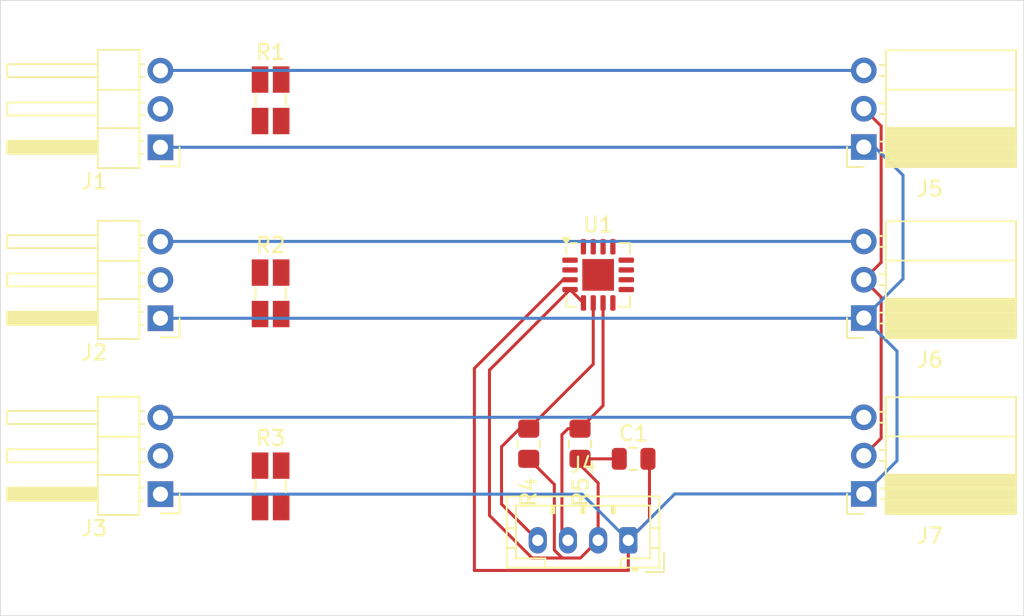
<source format=kicad_pcb>
(kicad_pcb (version 20241229) (generator "pcbnew") (generator_version "9.0")
  (layers (0 "F.Cu" signal) (2 "B.Cu" signal) (13 "F.Paste" user) (15 "B.Paste" user) (5 "F.SilkS" user "F.Silkscreen") (7 "B.SilkS" user "B.Silkscreen") (1 "F.Mask" user) (3 "B.Mask" user) (25 "Edge.Cuts" user))
  (net 0 "")
  (net 1 "Net-(U1-IN+2)")
  (net 2 "Net-(U1-IN+1)")
  (net 4 "Net-(U1-IN-3)")
  (net 8 "Net-(U1-IN-1)")
  (net 10 "Net-(U1-IN+3)")
  (net 12 "Net-(U1-IN-2)")
  (net 13 "Net-(J5-Pin_2)")
  (net 14 "Net-(J1-Pin_2)")
  (net 15 "Net-(J2-Pin_2)")
  (net 16 "Net-(J3-Pin_2)")
  (net 17 "S1")
  (net 18 "S2")
  (net 19 "S3")
  (net 20 "Net-(J4-Pin_3)")
  (net 21 "Net-(J4-Pin_4)")
  (net 22 "Net-(J4-Pin_2)")
  (net 23 "Net-(J1-Pin_1)")
  (footprint "Resistor_SMD:R_0805_2012Metric_Pad1.20x1.40mm_HandSolder" (layer "F.Cu") (at 101.4 105.6 90)
    (property "Reference" "R4" (at -3.2 0 90) (layer "F.SilkS"))
    (property "Value" "R10k")
    (fp_line (start -0.227064 -0.735) (end 0.227064 -0.735) (stroke (width 0.12)) (layer "F.SilkS"))
    (fp_line (start -0.227064 0.735) (end 0.227064 0.735) (stroke (width 0.12)) (layer "F.SilkS"))
    (pad "1" smd roundrect (at -1 0 90) (size 1.2 1.4) (layers "F.Cu" "F.Mask" "F.Paste") (roundrect_rratio 0.208333) (net 22 "Net-(J4-Pin_2)"))
    (pad "2" smd roundrect (at 1 0 90) (size 1.2 1.4) (layers "F.Cu" "F.Mask" "F.Paste") (roundrect_rratio 0.208333) (net 21 "Net-(J4-Pin_4)"))
  )
  (footprint "Connector_PinSocket_2.54mm:PinSocket_1x03_P2.54mm_Horizontal" (layer "F.Cu") (at 123.6 97.2625 180)
    (property "Reference" "J6" (at -4.38 -2.77 0) (layer "F.SilkS"))
    (property "Value" "Conn_01x03_Pin" (hide yes))
    (fp_line (start 1.11 -1.33) (end 1.11 0) (stroke (width 0.12)) (layer "F.SilkS"))
    (fp_line (start 0 -1.33) (end 1.11 -1.33) (stroke (width 0.12)) (layer "F.SilkS"))
    (fp_line (start -1.46 5.44) (end -1.05 5.44) (stroke (width 0.12)) (layer "F.SilkS"))
    (fp_line (start -1.46 4.72) (end -1.05 4.72) (stroke (width 0.12)) (layer "F.SilkS"))
    (fp_line (start -1.46 2.9) (end -1.05 2.9) (stroke (width 0.12)) (layer "F.SilkS"))
    (fp_line (start -1.46 2.18) (end -1.05 2.18) (stroke (width 0.12)) (layer "F.SilkS"))
    (fp_line (start -1.46 0.36) (end -1.11 0.36) (stroke (width 0.12)) (layer "F.SilkS"))
    (fp_line (start -1.46 -0.36) (end -1.11 -0.36) (stroke (width 0.12)) (layer "F.SilkS"))
    (fp_line (start -1.46 -1.33) (end -1.46 6.41) (stroke (width 0.12)) (layer "F.SilkS"))
    (fp_line (start -10.09 6.41) (end -1.46 6.41) (stroke (width 0.12)) (layer "F.SilkS"))
    (fp_line (start -10.09 3.81) (end -1.46 3.81) (stroke (width 0.12)) (layer "F.SilkS"))
    (fp_line (start -10.09 1.27) (end -1.46 1.27) (stroke (width 0.12)) (layer "F.SilkS"))
    (fp_line (start -10.09 1.1519) (end -1.46 1.1519) (stroke (width 0.12)) (layer "F.SilkS"))
    (fp_line (start -10.09 1.033805) (end -1.46 1.033805) (stroke (width 0.12)) (layer "F.SilkS"))
    (fp_line (start -10.09 0.91571) (end -1.46 0.91571) (stroke (width 0.12)) (layer "F.SilkS"))
    (fp_line (start -10.09 0.797615) (end -1.46 0.797615) (stroke (width 0.12)) (layer "F.SilkS"))
    (fp_line (start -10.09 0.67952) (end -1.46 0.67952) (stroke (width 0.12)) (layer "F.SilkS"))
    (fp_line (start -10.09 0.561425) (end -1.46 0.561425) (stroke (width 0.12)) (layer "F.SilkS"))
    (fp_line (start -10.09 0.44333) (end -1.46 0.44333) (stroke (width 0.12)) (layer "F.SilkS"))
    (fp_line (start -10.09 0.325235) (end -1.46 0.325235) (stroke (width 0.12)) (layer "F.SilkS"))
    (fp_line (start -10.09 0.20714) (end -1.46 0.20714) (stroke (width 0.12)) (layer "F.SilkS"))
    (fp_line (start -10.09 0.089045) (end -1.46 0.089045) (stroke (width 0.12)) (layer "F.SilkS"))
    (fp_line (start -10.09 -0.02905) (end -1.46 -0.02905) (stroke (width 0.12)) (layer "F.SilkS"))
    (fp_line (start -10.09 -0.147145) (end -1.46 -0.147145) (stroke (width 0.12)) (layer "F.SilkS"))
    (fp_line (start -10.09 -0.26524) (end -1.46 -0.26524) (stroke (width 0.12)) (layer "F.SilkS"))
    (fp_line (start -10.09 -0.383335) (end -1.46 -0.383335) (stroke (width 0.12)) (layer "F.SilkS"))
    (fp_line (start -10.09 -0.50143) (end -1.46 -0.50143) (stroke (width 0.12)) (layer "F.SilkS"))
    (fp_line (start -10.09 -0.619525) (end -1.46 -0.619525) (stroke (width 0.12)) (layer "F.SilkS"))
    (fp_line (start -10.09 -0.73762) (end -1.46 -0.73762) (stroke (width 0.12)) (layer "F.SilkS"))
    (fp_line (start -10.09 -0.855715) (end -1.46 -0.855715) (stroke (width 0.12)) (layer "F.SilkS"))
    (fp_line (start -10.09 -0.97381) (end -1.46 -0.97381) (stroke (width 0.12)) (layer "F.SilkS"))
    (fp_line (start -10.09 -1.091905) (end -1.46 -1.091905) (stroke (width 0.12)) (layer "F.SilkS"))
    (fp_line (start -10.09 -1.21) (end -1.46 -1.21) (stroke (width 0.12)) (layer "F.SilkS"))
    (fp_line (start -10.09 -1.33) (end -1.46 -1.33) (stroke (width 0.12)) (layer "F.SilkS"))
    (fp_line (start -10.09 -1.33) (end -10.09 6.41) (stroke (width 0.12)) (layer "F.SilkS"))
    (pad "1" thru_hole rect (at 0 0 180) (size 1.7 1.7) (drill 1) (layers "*.Cu" "*.Mask") (net 23 "Net-(J1-Pin_1)"))
    (pad "2" thru_hole circle (at 0 2.54 180) (size 1.7 1.7) (drill 1) (layers "*.Cu" "*.Mask") (net 13 "Net-(J5-Pin_2)"))
    (pad "3" thru_hole circle (at 0 5.08 180) (size 1.7 1.7) (drill 1) (layers "*.Cu" "*.Mask") (net 18 "S2"))
  )
  (footprint "Resistor_SMD:R_Shunt_Ohmite_LVK12" (layer "F.Cu") (at 84.3 95.625)
    (property "Reference" "R2" (at 0 -3.2 0) (layer "F.SilkS"))
    (property "Value" "R025")
    (fp_line (start -1 0.4) (end -1 -0.4) (stroke (width 0.12)) (layer "F.SilkS"))
    (fp_line (start 1 -0.4) (end 1 0.4) (stroke (width 0.12)) (layer "F.SilkS"))
    (pad "1" smd rect (at -0.7 -1.375) (size 1.1 1.75) (layers "F.Cu" "F.Mask" "F.Paste") (net 13 "Net-(J5-Pin_2)"))
    (pad "2" smd rect (at 0.7 -1.375) (size 1.1 1.75) (layers "F.Cu" "F.Mask" "F.Paste") (net 1 "Net-(U1-IN+2)"))
    (pad "3" smd rect (at 0.7 1.375) (size 1.1 1.75) (layers "F.Cu" "F.Mask" "F.Paste") (net 12 "Net-(U1-IN-2)"))
    (pad "4" smd rect (at -0.7 1.375) (size 1.1 1.75) (layers "F.Cu" "F.Mask" "F.Paste") (net 15 "Net-(J2-Pin_2)"))
  )
  (footprint "Connector_PinHeader_2.54mm:PinHeader_1x03_P2.54mm_Horizontal" (layer "F.Cu") (at 77 108.94 180)
    (property "Reference" "J3" (at 4.385 -2.27 0) (layer "F.SilkS"))
    (property "Value" "Conn_01x03_Pin")
    (fp_line (start 10.15 5.51) (end 4.15 5.51) (stroke (width 0.12)) (layer "F.SilkS"))
    (fp_line (start 10.15 4.65) (end 10.15 5.51) (stroke (width 0.12)) (layer "F.SilkS"))
    (fp_line (start 10.15 2.97) (end 4.15 2.97) (stroke (width 0.12)) (layer "F.SilkS"))
    (fp_line (start 10.15 2.11) (end 10.15 2.97) (stroke (width 0.12)) (layer "F.SilkS"))
    (fp_line (start 4.15 6.46) (end 4.15 -1.38) (stroke (width 0.12)) (layer "F.SilkS"))
    (fp_line (start 4.15 4.65) (end 10.15 4.65) (stroke (width 0.12)) (layer "F.SilkS"))
    (fp_line (start 4.15 2.11) (end 10.15 2.11) (stroke (width 0.12)) (layer "F.SilkS"))
    (fp_line (start 4.15 -1.38) (end 1.39 -1.38) (stroke (width 0.12)) (layer "F.SilkS"))
    (fp_line (start 1.39 6.46) (end 4.15 6.46) (stroke (width 0.12)) (layer "F.SilkS"))
    (fp_line (start 1.39 3.81) (end 4.15 3.81) (stroke (width 0.12)) (layer "F.SilkS"))
    (fp_line (start 1.39 1.27) (end 4.15 1.27) (stroke (width 0.12)) (layer "F.SilkS"))
    (fp_line (start 1.39 -1.38) (end 1.39 6.46) (stroke (width 0.12)) (layer "F.SilkS"))
    (fp_line (start 1.16 0.43) (end 1.39 0.43) (stroke (width 0.12)) (layer "F.SilkS"))
    (fp_line (start 1.16 -0.43) (end 1.39 -0.43) (stroke (width 0.12)) (layer "F.SilkS"))
    (fp_line (start 1.077358 5.51) (end 1.39 5.51) (stroke (width 0.12)) (layer "F.SilkS"))
    (fp_line (start 1.077358 4.65) (end 1.39 4.65) (stroke (width 0.12)) (layer "F.SilkS"))
    (fp_line (start 1.077358 2.97) (end 1.39 2.97) (stroke (width 0.12)) (layer "F.SilkS"))
    (fp_line (start 1.077358 2.11) (end 1.39 2.11) (stroke (width 0.12)) (layer "F.SilkS"))
    (fp_line (start -1.27 0) (end -1.27 -1.27) (stroke (width 0.12)) (layer "F.SilkS"))
    (fp_line (start -1.27 -1.27) (end 0 -1.27) (stroke (width 0.12)) (layer "F.SilkS"))
    (fp_rect (start 4.15 -0.43) (end 10.15 0.43) (stroke (width 0.12)) (fill yes) (layer "F.SilkS"))
    (pad "1" thru_hole rect (at 0 0 180) (size 1.7 1.7) (drill 1) (layers "*.Cu" "*.Mask") (net 23 "Net-(J1-Pin_1)"))
    (pad "2" thru_hole circle (at 0 2.54 180) (size 1.7 1.7) (drill 1) (layers "*.Cu" "*.Mask") (net 16 "Net-(J3-Pin_2)"))
    (pad "3" thru_hole circle (at 0 5.08 180) (size 1.7 1.7) (drill 1) (layers "*.Cu" "*.Mask") (net 19 "S3"))
  )
  (footprint "Connector_PinHeader_2.54mm:PinHeader_1x03_P2.54mm_Horizontal" (layer "F.Cu") (at 77 97.2775 180)
    (property "Reference" "J2" (at 4.385 -2.27 0) (layer "F.SilkS"))
    (property "Value" "Conn_01x03_Pin")
    (fp_line (start 10.15 5.51) (end 4.15 5.51) (stroke (width 0.12)) (layer "F.SilkS"))
    (fp_line (start 10.15 4.65) (end 10.15 5.51) (stroke (width 0.12)) (layer "F.SilkS"))
    (fp_line (start 10.15 2.97) (end 4.15 2.97) (stroke (width 0.12)) (layer "F.SilkS"))
    (fp_line (start 10.15 2.11) (end 10.15 2.97) (stroke (width 0.12)) (layer "F.SilkS"))
    (fp_line (start 4.15 6.46) (end 4.15 -1.38) (stroke (width 0.12)) (layer "F.SilkS"))
    (fp_line (start 4.15 4.65) (end 10.15 4.65) (stroke (width 0.12)) (layer "F.SilkS"))
    (fp_line (start 4.15 2.11) (end 10.15 2.11) (stroke (width 0.12)) (layer "F.SilkS"))
    (fp_line (start 4.15 -1.38) (end 1.39 -1.38) (stroke (width 0.12)) (layer "F.SilkS"))
    (fp_line (start 1.39 6.46) (end 4.15 6.46) (stroke (width 0.12)) (layer "F.SilkS"))
    (fp_line (start 1.39 3.81) (end 4.15 3.81) (stroke (width 0.12)) (layer "F.SilkS"))
    (fp_line (start 1.39 1.27) (end 4.15 1.27) (stroke (width 0.12)) (layer "F.SilkS"))
    (fp_line (start 1.39 -1.38) (end 1.39 6.46) (stroke (width 0.12)) (layer "F.SilkS"))
    (fp_line (start 1.16 0.43) (end 1.39 0.43) (stroke (width 0.12)) (layer "F.SilkS"))
    (fp_line (start 1.16 -0.43) (end 1.39 -0.43) (stroke (width 0.12)) (layer "F.SilkS"))
    (fp_line (start 1.077358 5.51) (end 1.39 5.51) (stroke (width 0.12)) (layer "F.SilkS"))
    (fp_line (start 1.077358 4.65) (end 1.39 4.65) (stroke (width 0.12)) (layer "F.SilkS"))
    (fp_line (start 1.077358 2.97) (end 1.39 2.97) (stroke (width 0.12)) (layer "F.SilkS"))
    (fp_line (start 1.077358 2.11) (end 1.39 2.11) (stroke (width 0.12)) (layer "F.SilkS"))
    (fp_line (start -1.27 0) (end -1.27 -1.27) (stroke (width 0.12)) (layer "F.SilkS"))
    (fp_line (start -1.27 -1.27) (end 0 -1.27) (stroke (width 0.12)) (layer "F.SilkS"))
    (fp_rect (start 4.15 -0.43) (end 10.15 0.43) (stroke (width 0.12)) (fill yes) (layer "F.SilkS"))
    (pad "1" thru_hole rect (at 0 0 180) (size 1.7 1.7) (drill 1) (layers "*.Cu" "*.Mask") (net 23 "Net-(J1-Pin_1)"))
    (pad "2" thru_hole circle (at 0 2.54 180) (size 1.7 1.7) (drill 1) (layers "*.Cu" "*.Mask") (net 15 "Net-(J2-Pin_2)"))
    (pad "3" thru_hole circle (at 0 5.08 180) (size 1.7 1.7) (drill 1) (layers "*.Cu" "*.Mask") (net 18 "S2"))
  )
  (footprint "Resistor_SMD:R_Shunt_Ohmite_LVK12" (layer "F.Cu") (at 84.3 108.425)
    (property "Reference" "R3" (at 0 -3.2 0) (layer "F.SilkS"))
    (property "Value" "R025")
    (fp_line (start -1 0.4) (end -1 -0.4) (stroke (width 0.12)) (layer "F.SilkS"))
    (fp_line (start 1 -0.4) (end 1 0.4) (stroke (width 0.12)) (layer "F.SilkS"))
    (pad "1" smd rect (at -0.7 -1.375) (size 1.1 1.75) (layers "F.Cu" "F.Mask" "F.Paste") (net 13 "Net-(J5-Pin_2)"))
    (pad "2" smd rect (at 0.7 -1.375) (size 1.1 1.75) (layers "F.Cu" "F.Mask" "F.Paste") (net 10 "Net-(U1-IN+3)"))
    (pad "3" smd rect (at 0.7 1.375) (size 1.1 1.75) (layers "F.Cu" "F.Mask" "F.Paste") (net 4 "Net-(U1-IN-3)"))
    (pad "4" smd rect (at -0.7 1.375) (size 1.1 1.75) (layers "F.Cu" "F.Mask" "F.Paste") (net 16 "Net-(J3-Pin_2)"))
  )
  (footprint "Connector_JST:JST_PH_B4B-PH-K_1x04_P2.00mm_Vertical" (layer "F.Cu") (at 108 112 180)
    (property "Reference" "J4" (at 3 5 0) (layer "F.SilkS"))
    (property "Value" "Conn_01x04" (hide yes))
    (fp_line (start 8.06 2.91) (end 8.06 -1.81) (stroke (width 0.12)) (layer "F.SilkS"))
    (fp_line (start 8.06 0.8) (end 7.45 0.8) (stroke (width 0.12)) (layer "F.SilkS"))
    (fp_line (start 8.06 -0.5) (end 7.45 -0.5) (stroke (width 0.12)) (layer "F.SilkS"))
    (fp_line (start 8.06 -1.81) (end -2.06 -1.81) (stroke (width 0.12)) (layer "F.SilkS"))
    (fp_line (start 7.45 2.3) (end 7.45 -1.2) (stroke (width 0.12)) (layer "F.SilkS"))
    (fp_line (start 7.45 -1.2) (end 5.5 -1.2) (stroke (width 0.12)) (layer "F.SilkS"))
    (fp_line (start 5.5 -1.2) (end 5.5 -1.81) (stroke (width 0.12)) (layer "F.SilkS"))
    (fp_line (start 5.1 1.8) (end 5.1 2.3) (stroke (width 0.12)) (layer "F.SilkS"))
    (fp_line (start 5 2.3) (end 5 1.8) (stroke (width 0.12)) (layer "F.SilkS"))
    (fp_line (start 4.9 2.3) (end 4.9 1.8) (stroke (width 0.12)) (layer "F.SilkS"))
    (fp_line (start 4.9 1.8) (end 5.1 1.8) (stroke (width 0.12)) (layer "F.SilkS"))
    (fp_line (start 3.1 1.8) (end 3.1 2.3) (stroke (width 0.12)) (layer "F.SilkS"))
    (fp_line (start 3 2.3) (end 3 1.8) (stroke (width 0.12)) (layer "F.SilkS"))
    (fp_line (start 2.9 2.3) (end 2.9 1.8) (stroke (width 0.12)) (layer "F.SilkS"))
    (fp_line (start 2.9 1.8) (end 3.1 1.8) (stroke (width 0.12)) (layer "F.SilkS"))
    (fp_line (start 1.1 1.8) (end 1.1 2.3) (stroke (width 0.12)) (layer "F.SilkS"))
    (fp_line (start 1 2.3) (end 1 1.8) (stroke (width 0.12)) (layer "F.SilkS"))
    (fp_line (start 0.9 2.3) (end 0.9 1.8) (stroke (width 0.12)) (layer "F.SilkS"))
    (fp_line (start 0.9 1.8) (end 1.1 1.8) (stroke (width 0.12)) (layer "F.SilkS"))
    (fp_line (start 0.5 -1.2) (end -1.45 -1.2) (stroke (width 0.12)) (layer "F.SilkS"))
    (fp_line (start 0.5 -1.81) (end 0.5 -1.2) (stroke (width 0.12)) (layer "F.SilkS"))
    (fp_line (start -0.3 -1.81) (end -0.3 -2.01) (stroke (width 0.12)) (layer "F.SilkS"))
    (fp_line (start -0.3 -1.91) (end -0.6 -1.91) (stroke (width 0.12)) (layer "F.SilkS"))
    (fp_line (start -0.3 -2.01) (end -0.6 -2.01) (stroke (width 0.12)) (layer "F.SilkS"))
    (fp_line (start -0.6 -2.01) (end -0.6 -1.81) (stroke (width 0.12)) (layer "F.SilkS"))
    (fp_line (start -1.11 -2.11) (end -2.36 -2.11) (stroke (width 0.12)) (layer "F.SilkS"))
    (fp_line (start -1.45 2.3) (end 7.45 2.3) (stroke (width 0.12)) (layer "F.SilkS"))
    (fp_line (start -1.45 -1.2) (end -1.45 2.3) (stroke (width 0.12)) (layer "F.SilkS"))
    (fp_line (start -2.06 2.91) (end 8.06 2.91) (stroke (width 0.12)) (layer "F.SilkS"))
    (fp_line (start -2.06 0.8) (end -1.45 0.8) (stroke (width 0.12)) (layer "F.SilkS"))
    (fp_line (start -2.06 -0.5) (end -1.45 -0.5) (stroke (width 0.12)) (layer "F.SilkS"))
    (fp_line (start -2.06 -1.81) (end -2.06 2.91) (stroke (width 0.12)) (layer "F.SilkS"))
    (fp_line (start -2.36 -2.11) (end -2.36 -0.86) (stroke (width 0.12)) (layer "F.SilkS"))
    (pad "1" thru_hole roundrect (at 0 0 180) (size 1.2 1.75) (drill 0.75) (layers "*.Cu" "*.Mask") (roundrect_rratio 0.208333) (net 23 "Net-(J1-Pin_1)"))
    (pad "2" thru_hole oval (at 2 0 180) (size 1.2 1.75) (drill 0.75) (layers "*.Cu" "*.Mask") (net 22 "Net-(J4-Pin_2)"))
    (pad "3" thru_hole oval (at 4 0 180) (size 1.2 1.75) (drill 0.75) (layers "*.Cu" "*.Mask") (net 20 "Net-(J4-Pin_3)"))
    (pad "4" thru_hole oval (at 6 0 180) (size 1.2 1.75) (drill 0.75) (layers "*.Cu" "*.Mask") (net 21 "Net-(J4-Pin_4)"))
  )
  (footprint "Connector_PinHeader_2.54mm:PinHeader_1x03_P2.54mm_Horizontal" (layer "F.Cu") (at 77 85.94 180)
    (property "Reference" "J1" (at 4.385 -2.27 0) (layer "F.SilkS"))
    (property "Value" "Conn_01x03_Pin")
    (fp_line (start 10.15 5.51) (end 4.15 5.51) (stroke (width 0.12)) (layer "F.SilkS"))
    (fp_line (start 10.15 4.65) (end 10.15 5.51) (stroke (width 0.12)) (layer "F.SilkS"))
    (fp_line (start 10.15 2.97) (end 4.15 2.97) (stroke (width 0.12)) (layer "F.SilkS"))
    (fp_line (start 10.15 2.11) (end 10.15 2.97) (stroke (width 0.12)) (layer "F.SilkS"))
    (fp_line (start 4.15 6.46) (end 4.15 -1.38) (stroke (width 0.12)) (layer "F.SilkS"))
    (fp_line (start 4.15 4.65) (end 10.15 4.65) (stroke (width 0.12)) (layer "F.SilkS"))
    (fp_line (start 4.15 2.11) (end 10.15 2.11) (stroke (width 0.12)) (layer "F.SilkS"))
    (fp_line (start 4.15 -1.38) (end 1.39 -1.38) (stroke (width 0.12)) (layer "F.SilkS"))
    (fp_line (start 1.39 6.46) (end 4.15 6.46) (stroke (width 0.12)) (layer "F.SilkS"))
    (fp_line (start 1.39 3.81) (end 4.15 3.81) (stroke (width 0.12)) (layer "F.SilkS"))
    (fp_line (start 1.39 1.27) (end 4.15 1.27) (stroke (width 0.12)) (layer "F.SilkS"))
    (fp_line (start 1.39 -1.38) (end 1.39 6.46) (stroke (width 0.12)) (layer "F.SilkS"))
    (fp_line (start 1.16 0.43) (end 1.39 0.43) (stroke (width 0.12)) (layer "F.SilkS"))
    (fp_line (start 1.16 -0.43) (end 1.39 -0.43) (stroke (width 0.12)) (layer "F.SilkS"))
    (fp_line (start 1.077358 5.51) (end 1.39 5.51) (stroke (width 0.12)) (layer "F.SilkS"))
    (fp_line (start 1.077358 4.65) (end 1.39 4.65) (stroke (width 0.12)) (layer "F.SilkS"))
    (fp_line (start 1.077358 2.97) (end 1.39 2.97) (stroke (width 0.12)) (layer "F.SilkS"))
    (fp_line (start 1.077358 2.11) (end 1.39 2.11) (stroke (width 0.12)) (layer "F.SilkS"))
    (fp_line (start -1.27 0) (end -1.27 -1.27) (stroke (width 0.12)) (layer "F.SilkS"))
    (fp_line (start -1.27 -1.27) (end 0 -1.27) (stroke (width 0.12)) (layer "F.SilkS"))
    (fp_rect (start 4.15 -0.43) (end 10.15 0.43) (stroke (width 0.12)) (fill yes) (layer "F.SilkS"))
    (pad "1" thru_hole rect (at 0 0 180) (size 1.7 1.7) (drill 1) (layers "*.Cu" "*.Mask") (net 23 "Net-(J1-Pin_1)"))
    (pad "2" thru_hole circle (at 0 2.54 180) (size 1.7 1.7) (drill 1) (layers "*.Cu" "*.Mask") (net 14 "Net-(J1-Pin_2)"))
    (pad "3" thru_hole circle (at 0 5.08 180) (size 1.7 1.7) (drill 1) (layers "*.Cu" "*.Mask") (net 17 "S1"))
  )
  (footprint "Connector_PinSocket_2.54mm:PinSocket_1x03_P2.54mm_Horizontal" (layer "F.Cu") (at 123.6 85.925 180)
    (property "Reference" "J5" (at -4.38 -2.77 0) (layer "F.SilkS"))
    (property "Value" "Conn_01x03_Pin" (hide yes))
    (fp_line (start 1.11 -1.33) (end 1.11 0) (stroke (width 0.12)) (layer "F.SilkS"))
    (fp_line (start 0 -1.33) (end 1.11 -1.33) (stroke (width 0.12)) (layer "F.SilkS"))
    (fp_line (start -1.46 5.44) (end -1.05 5.44) (stroke (width 0.12)) (layer "F.SilkS"))
    (fp_line (start -1.46 4.72) (end -1.05 4.72) (stroke (width 0.12)) (layer "F.SilkS"))
    (fp_line (start -1.46 2.9) (end -1.05 2.9) (stroke (width 0.12)) (layer "F.SilkS"))
    (fp_line (start -1.46 2.18) (end -1.05 2.18) (stroke (width 0.12)) (layer "F.SilkS"))
    (fp_line (start -1.46 0.36) (end -1.11 0.36) (stroke (width 0.12)) (layer "F.SilkS"))
    (fp_line (start -1.46 -0.36) (end -1.11 -0.36) (stroke (width 0.12)) (layer "F.SilkS"))
    (fp_line (start -1.46 -1.33) (end -1.46 6.41) (stroke (width 0.12)) (layer "F.SilkS"))
    (fp_line (start -10.09 6.41) (end -1.46 6.41) (stroke (width 0.12)) (layer "F.SilkS"))
    (fp_line (start -10.09 3.81) (end -1.46 3.81) (stroke (width 0.12)) (layer "F.SilkS"))
    (fp_line (start -10.09 1.27) (end -1.46 1.27) (stroke (width 0.12)) (layer "F.SilkS"))
    (fp_line (start -10.09 1.1519) (end -1.46 1.1519) (stroke (width 0.12)) (layer "F.SilkS"))
    (fp_line (start -10.09 1.033805) (end -1.46 1.033805) (stroke (width 0.12)) (layer "F.SilkS"))
    (fp_line (start -10.09 0.91571) (end -1.46 0.91571) (stroke (width 0.12)) (layer "F.SilkS"))
    (fp_line (start -10.09 0.797615) (end -1.46 0.797615) (stroke (width 0.12)) (layer "F.SilkS"))
    (fp_line (start -10.09 0.67952) (end -1.46 0.67952) (stroke (width 0.12)) (layer "F.SilkS"))
    (fp_line (start -10.09 0.561425) (end -1.46 0.561425) (stroke (width 0.12)) (layer "F.SilkS"))
    (fp_line (start -10.09 0.44333) (end -1.46 0.44333) (stroke (width 0.12)) (layer "F.SilkS"))
    (fp_line (start -10.09 0.325235) (end -1.46 0.325235) (stroke (width 0.12)) (layer "F.SilkS"))
    (fp_line (start -10.09 0.20714) (end -1.46 0.20714) (stroke (width 0.12)) (layer "F.SilkS"))
    (fp_line (start -10.09 0.089045) (end -1.46 0.089045) (stroke (width 0.12)) (layer "F.SilkS"))
    (fp_line (start -10.09 -0.02905) (end -1.46 -0.02905) (stroke (width 0.12)) (layer "F.SilkS"))
    (fp_line (start -10.09 -0.147145) (end -1.46 -0.147145) (stroke (width 0.12)) (layer "F.SilkS"))
    (fp_line (start -10.09 -0.26524) (end -1.46 -0.26524) (stroke (width 0.12)) (layer "F.SilkS"))
    (fp_line (start -10.09 -0.383335) (end -1.46 -0.383335) (stroke (width 0.12)) (layer "F.SilkS"))
    (fp_line (start -10.09 -0.50143) (end -1.46 -0.50143) (stroke (width 0.12)) (layer "F.SilkS"))
    (fp_line (start -10.09 -0.619525) (end -1.46 -0.619525) (stroke (width 0.12)) (layer "F.SilkS"))
    (fp_line (start -10.09 -0.73762) (end -1.46 -0.73762) (stroke (width 0.12)) (layer "F.SilkS"))
    (fp_line (start -10.09 -0.855715) (end -1.46 -0.855715) (stroke (width 0.12)) (layer "F.SilkS"))
    (fp_line (start -10.09 -0.97381) (end -1.46 -0.97381) (stroke (width 0.12)) (layer "F.SilkS"))
    (fp_line (start -10.09 -1.091905) (end -1.46 -1.091905) (stroke (width 0.12)) (layer "F.SilkS"))
    (fp_line (start -10.09 -1.21) (end -1.46 -1.21) (stroke (width 0.12)) (layer "F.SilkS"))
    (fp_line (start -10.09 -1.33) (end -1.46 -1.33) (stroke (width 0.12)) (layer "F.SilkS"))
    (fp_line (start -10.09 -1.33) (end -10.09 6.41) (stroke (width 0.12)) (layer "F.SilkS"))
    (pad "1" thru_hole rect (at 0 0 180) (size 1.7 1.7) (drill 1) (layers "*.Cu" "*.Mask") (net 23 "Net-(J1-Pin_1)"))
    (pad "2" thru_hole circle (at 0 2.54 180) (size 1.7 1.7) (drill 1) (layers "*.Cu" "*.Mask") (net 13 "Net-(J5-Pin_2)"))
    (pad "3" thru_hole circle (at 0 5.08 180) (size 1.7 1.7) (drill 1) (layers "*.Cu" "*.Mask") (net 17 "S1"))
  )
  (footprint "Resistor_SMD:R_0805_2012Metric_Pad1.20x1.40mm_HandSolder" (layer "F.Cu") (at 104.8 105.6 90)
    (property "Reference" "R5" (at -3.2 0.05 90) (layer "F.SilkS"))
    (property "Value" "R10k")
    (fp_line (start -0.227064 -0.735) (end 0.227064 -0.735) (stroke (width 0.12)) (layer "F.SilkS"))
    (fp_line (start -0.227064 0.735) (end 0.227064 0.735) (stroke (width 0.12)) (layer "F.SilkS"))
    (pad "1" smd roundrect (at -1 0 90) (size 1.2 1.4) (layers "F.Cu" "F.Mask" "F.Paste") (roundrect_rratio 0.208333) (net 22 "Net-(J4-Pin_2)"))
    (pad "2" smd roundrect (at 1 0 90) (size 1.2 1.4) (layers "F.Cu" "F.Mask" "F.Paste") (roundrect_rratio 0.208333) (net 20 "Net-(J4-Pin_3)"))
  )
  (footprint "Resistor_SMD:R_Shunt_Ohmite_LVK12" (layer "F.Cu") (at 84.3 82.825)
    (property "Reference" "R1" (at 0 -3.2 0) (layer "F.SilkS"))
    (property "Value" "R025")
    (fp_line (start -1 0.4) (end -1 -0.4) (stroke (width 0.12)) (layer "F.SilkS"))
    (fp_line (start 1 -0.4) (end 1 0.4) (stroke (width 0.12)) (layer "F.SilkS"))
    (pad "1" smd rect (at -0.7 -1.375) (size 1.1 1.75) (layers "F.Cu" "F.Mask" "F.Paste") (net 13 "Net-(J5-Pin_2)"))
    (pad "2" smd rect (at 0.7 -1.375) (size 1.1 1.75) (layers "F.Cu" "F.Mask" "F.Paste") (net 2 "Net-(U1-IN+1)"))
    (pad "3" smd rect (at 0.7 1.375) (size 1.1 1.75) (layers "F.Cu" "F.Mask" "F.Paste") (net 8 "Net-(U1-IN-1)"))
    (pad "4" smd rect (at -0.7 1.375) (size 1.1 1.75) (layers "F.Cu" "F.Mask" "F.Paste") (net 14 "Net-(J1-Pin_2)"))
  )
  (footprint "Capacitor_SMD:C_0805_2012Metric" (layer "F.Cu") (at 108.35 106.6)
    (property "Reference" "C1" (at 0 -1.68 0) (layer "F.SilkS"))
    (property "Value" "C0.1")
    (fp_line (start -0.261252 -0.735) (end 0.261252 -0.735) (stroke (width 0.12)) (layer "F.SilkS"))
    (fp_line (start -0.261252 0.735) (end 0.261252 0.735) (stroke (width 0.12)) (layer "F.SilkS"))
    (pad "1" smd roundrect (at -0.95 0) (size 1 1.45) (layers "F.Cu" "F.Mask" "F.Paste") (net 22 "Net-(J4-Pin_2)"))
    (pad "2" smd roundrect (at 0.95 0) (size 1 1.45) (layers "F.Cu" "F.Mask" "F.Paste") (net 23 "Net-(J1-Pin_1)"))
  )
  (footprint "Package_DFN_QFN:Texas_RGV0016A_VQFN-16-1EP_4x4mm_P0.65mm_EP2.1x2.1mm" (layer "F.Cu") (at 106 94.4)
    (property "Reference" "U1" (at 0 -3.33 0) (layer "F.SilkS"))
    (property "Value" "INA3221")
    (fp_line (start -2.11 -1.41) (end -2.11 -1.87) (stroke (width 0.12)) (layer "F.SilkS"))
    (fp_line (start -2.11 2.11) (end -2.11 1.41) (stroke (width 0.12)) (layer "F.SilkS"))
    (fp_line (start -1.41 -2.11) (end -1.81 -2.11) (stroke (width 0.12)) (layer "F.SilkS"))
    (fp_line (start -1.41 2.11) (end -2.11 2.11) (stroke (width 0.12)) (layer "F.SilkS"))
    (fp_line (start 1.41 -2.11) (end 2.11 -2.11) (stroke (width 0.12)) (layer "F.SilkS"))
    (fp_line (start 1.41 2.11) (end 2.11 2.11) (stroke (width 0.12)) (layer "F.SilkS"))
    (fp_line (start 2.11 -2.11) (end 2.11 -1.41) (stroke (width 0.12)) (layer "F.SilkS"))
    (fp_line (start 2.11 2.11) (end 2.11 1.41) (stroke (width 0.12)) (layer "F.SilkS"))
    (fp_poly (pts (xy -2.11 -2.11) (xy -2.35 -2.44) (xy -1.87 -2.44)) (stroke (width 0.12)) (fill yes) (layer "F.SilkS"))
    (pad "1" smd roundrect (at -1.8625 -0.975) (size 1.025 0.35) (layers "F.Cu" "F.Mask" "F.Paste") (net 4 "Net-(U1-IN-3)"))
    (pad "2" smd roundrect (at -1.8625 -0.325) (size 1.025 0.35) (layers "F.Cu" "F.Mask" "F.Paste") (net 10 "Net-(U1-IN+3)"))
    (pad "3" smd roundrect (at -1.8625 0.325) (size 1.025 0.35) (layers "F.Cu" "F.Mask" "F.Paste") (net 23 "Net-(J1-Pin_1)"))
    (pad "4" smd roundrect (at -1.8625 0.975) (size 1.025 0.35) (layers "F.Cu" "F.Mask" "F.Paste") (net 22 "Net-(J4-Pin_2)"))
    (pad "5" smd roundrect (at -0.975 1.8625) (size 0.35 1.025) (layers "F.Cu" "F.Mask" "F.Paste") (net 22 "Net-(J4-Pin_2)"))
    (pad "6" smd roundrect (at -0.325 1.8625) (size 0.35 1.025) (layers "F.Cu" "F.Mask" "F.Paste") (net 21 "Net-(J4-Pin_4)"))
    (pad "7" smd roundrect (at 0.325 1.8625) (size 0.35 1.025) (layers "F.Cu" "F.Mask" "F.Paste") (net 20 "Net-(J4-Pin_3)"))
    (pad "8" smd roundrect (at 0.975 1.8625) (size 0.35 1.025) (layers "F.Cu" "F.Mask" "F.Paste"))
    (pad "9" smd roundrect (at 1.8625 0.975) (size 1.025 0.35) (layers "F.Cu" "F.Mask" "F.Paste"))
    (pad "10" smd roundrect (at 1.8625 0.325) (size 1.025 0.35) (layers "F.Cu" "F.Mask" "F.Paste"))
    (pad "11" smd roundrect (at 1.8625 -0.325) (size 1.025 0.35) (layers "F.Cu" "F.Mask" "F.Paste") (net 8 "Net-(U1-IN-1)"))
    (pad "12" smd roundrect (at 1.8625 -0.975) (size 1.025 0.35) (layers "F.Cu" "F.Mask" "F.Paste") (net 2 "Net-(U1-IN+1)"))
    (pad "13" smd roundrect (at 0.975 -1.8625) (size 0.35 1.025) (layers "F.Cu" "F.Mask" "F.Paste"))
    (pad "14" smd roundrect (at 0.325 -1.8625) (size 0.35 1.025) (layers "F.Cu" "F.Mask" "F.Paste") (net 12 "Net-(U1-IN-2)"))
    (pad "15" smd roundrect (at -0.325 -1.8625) (size 0.35 1.025) (layers "F.Cu" "F.Mask" "F.Paste") (net 1 "Net-(U1-IN+2)"))
    (pad "16" smd roundrect (at -0.975 -1.8625) (size 0.35 1.025) (layers "F.Cu" "F.Mask" "F.Paste"))
    (pad "17" smd rect (at 0 0) (size 2.1 2.1) (property pad_prop_heatsink) (layers "F.Cu" "F.Mask"))
  )
  (footprint "Connector_PinSocket_2.54mm:PinSocket_1x03_P2.54mm_Horizontal" (layer "F.Cu") (at 123.6 108.925 180)
    (property "Reference" "J7" (at -4.38 -2.77 0) (layer "F.SilkS"))
    (property "Value" "Conn_01x03_Pin" (hide yes))
    (fp_line (start 1.11 -1.33) (end 1.11 0) (stroke (width 0.12)) (layer "F.SilkS"))
    (fp_line (start 0 -1.33) (end 1.11 -1.33) (stroke (width 0.12)) (layer "F.SilkS"))
    (fp_line (start -1.46 5.44) (end -1.05 5.44) (stroke (width 0.12)) (layer "F.SilkS"))
    (fp_line (start -1.46 4.72) (end -1.05 4.72) (stroke (width 0.12)) (layer "F.SilkS"))
    (fp_line (start -1.46 2.9) (end -1.05 2.9) (stroke (width 0.12)) (layer "F.SilkS"))
    (fp_line (start -1.46 2.18) (end -1.05 2.18) (stroke (width 0.12)) (layer "F.SilkS"))
    (fp_line (start -1.46 0.36) (end -1.11 0.36) (stroke (width 0.12)) (layer "F.SilkS"))
    (fp_line (start -1.46 -0.36) (end -1.11 -0.36) (stroke (width 0.12)) (layer "F.SilkS"))
    (fp_line (start -1.46 -1.33) (end -1.46 6.41) (stroke (width 0.12)) (layer "F.SilkS"))
    (fp_line (start -10.09 6.41) (end -1.46 6.41) (stroke (width 0.12)) (layer "F.SilkS"))
    (fp_line (start -10.09 3.81) (end -1.46 3.81) (stroke (width 0.12)) (layer "F.SilkS"))
    (fp_line (start -10.09 1.27) (end -1.46 1.27) (stroke (width 0.12)) (layer "F.SilkS"))
    (fp_line (start -10.09 1.1519) (end -1.46 1.1519) (stroke (width 0.12)) (layer "F.SilkS"))
    (fp_line (start -10.09 1.033805) (end -1.46 1.033805) (stroke (width 0.12)) (layer "F.SilkS"))
    (fp_line (start -10.09 0.91571) (end -1.46 0.91571) (stroke (width 0.12)) (layer "F.SilkS"))
    (fp_line (start -10.09 0.797615) (end -1.46 0.797615) (stroke (width 0.12)) (layer "F.SilkS"))
    (fp_line (start -10.09 0.67952) (end -1.46 0.67952) (stroke (width 0.12)) (layer "F.SilkS"))
    (fp_line (start -10.09 0.561425) (end -1.46 0.561425) (stroke (width 0.12)) (layer "F.SilkS"))
    (fp_line (start -10.09 0.44333) (end -1.46 0.44333) (stroke (width 0.12)) (layer "F.SilkS"))
    (fp_line (start -10.09 0.325235) (end -1.46 0.325235) (stroke (width 0.12)) (layer "F.SilkS"))
    (fp_line (start -10.09 0.20714) (end -1.46 0.20714) (stroke (width 0.12)) (layer "F.SilkS"))
    (fp_line (start -10.09 0.089045) (end -1.46 0.089045) (stroke (width 0.12)) (layer "F.SilkS"))
    (fp_line (start -10.09 -0.02905) (end -1.46 -0.02905) (stroke (width 0.12)) (layer "F.SilkS"))
    (fp_line (start -10.09 -0.147145) (end -1.46 -0.147145) (stroke (width 0.12)) (layer "F.SilkS"))
    (fp_line (start -10.09 -0.26524) (end -1.46 -0.26524) (stroke (width 0.12)) (layer "F.SilkS"))
    (fp_line (start -10.09 -0.383335) (end -1.46 -0.383335) (stroke (width 0.12)) (layer "F.SilkS"))
    (fp_line (start -10.09 -0.50143) (end -1.46 -0.50143) (stroke (width 0.12)) (layer "F.SilkS"))
    (fp_line (start -10.09 -0.619525) (end -1.46 -0.619525) (stroke (width 0.12)) (layer "F.SilkS"))
    (fp_line (start -10.09 -0.73762) (end -1.46 -0.73762) (stroke (width 0.12)) (layer "F.SilkS"))
    (fp_line (start -10.09 -0.855715) (end -1.46 -0.855715) (stroke (width 0.12)) (layer "F.SilkS"))
    (fp_line (start -10.09 -0.97381) (end -1.46 -0.97381) (stroke (width 0.12)) (layer "F.SilkS"))
    (fp_line (start -10.09 -1.091905) (end -1.46 -1.091905) (stroke (width 0.12)) (layer "F.SilkS"))
    (fp_line (start -10.09 -1.21) (end -1.46 -1.21) (stroke (width 0.12)) (layer "F.SilkS"))
    (fp_line (start -10.09 -1.33) (end -1.46 -1.33) (stroke (width 0.12)) (layer "F.SilkS"))
    (fp_line (start -10.09 -1.33) (end -10.09 6.41) (stroke (width 0.12)) (layer "F.SilkS"))
    (pad "1" thru_hole rect (at 0 0 180) (size 1.7 1.7) (drill 1) (layers "*.Cu" "*.Mask") (net 23 "Net-(J1-Pin_1)"))
    (pad "2" thru_hole circle (at 0 2.54 180) (size 1.7 1.7) (drill 1) (layers "*.Cu" "*.Mask") (net 13 "Net-(J5-Pin_2)"))
    (pad "3" thru_hole circle (at 0 5.08 180) (size 1.7 1.7) (drill 1) (layers "*.Cu" "*.Mask") (net 19 "S3"))
  )
  (gr_rect (start 66.4 76.2) (end 134.2 117) (stroke (width 0.05)) (fill no) (layer "Edge.Cuts"))
  (segment (start 124.751 93.5715) (end 123.6 94.7225) (width 0.2) (layer "F.Cu") (net 13))
  (segment (start 123.6 83.385) (end 124.751 84.536) (width 0.2) (layer "F.Cu") (net 13))
  (segment (start 123.6 94.7225) (end 124.751 95.8735) (width 0.2) (layer "F.Cu") (net 13))
  (segment (start 124.751 95.8735) (end 124.751 105.234) (width 0.2) (layer "F.Cu") (net 13))
  (segment (start 124.751 105.234) (end 123.6 106.385) (width 0.2) (layer "F.Cu") (net 13))
  (segment (start 124.751 84.536) (end 124.751 93.5715) (width 0.2) (layer "F.Cu") (net 13))
  (segment (start 77.015 80.845) (end 77 80.86) (width 0.2) (layer "B.Cu") (net 17))
  (segment (start 123.6 80.845) (end 77.015 80.845) (width 0.2) (layer "B.Cu") (net 17))
  (segment (start 123.6 92.1825) (end 77.015 92.1825) (width 0.2) (layer "B.Cu") (net 18))
  (segment (start 77.015 92.1825) (end 77 92.1975) (width 0.2) (layer "B.Cu") (net 18))
  (segment (start 123.6 103.845) (end 77.015 103.845) (width 0.2) (layer "B.Cu") (net 19))
  (segment (start 77.015 103.845) (end 77 103.86) (width 0.2) (layer "B.Cu") (net 19))
  (segment (start 104 104.6) (end 104.8 104.6) (width 0.2) (layer "F.Cu") (net 20))
  (segment (start 104.8 104.6) (end 106.325 103.075) (width 0.2) (layer "F.Cu") (net 20))
  (segment (start 103.6 111.6) (end 103.6 105) (width 0.2) (layer "F.Cu") (net 20))
  (segment (start 106.325 103.075) (end 106.325 96.2625) (width 0.2) (layer "F.Cu") (net 20))
  (segment (start 104 112) (end 103.6 111.6) (width 0.2) (layer "F.Cu") (net 20))
  (segment (start 103.6 105) (end 104 104.6) (width 0.2) (layer "F.Cu") (net 20))
  (segment (start 102 112) (end 101.8 112) (width 0.2) (layer "F.Cu") (net 21))
  (segment (start 101.4 104.6) (end 105.675 100.325) (width 0.2) (layer "F.Cu") (net 21))
  (segment (start 105.675 100.325) (end 105.675 96.2625) (width 0.2) (layer "F.Cu") (net 21))
  (segment (start 100.8 104.6) (end 101.4 104.6) (width 0.2) (layer "F.Cu") (net 21))
  (segment (start 99.6 105.8) (end 100.8 104.6) (width 0.2) (layer "F.Cu") (net 21))
  (segment (start 99.6 109.6) (end 99.6 105.8) (width 0.2) (layer "F.Cu") (net 21))
  (segment (start 102 112) (end 99.6 109.6) (width 0.2) (layer "F.Cu") (net 21))
  (segment (start 106 108.2) (end 106 112) (width 0.2) (layer "F.Cu") (net 22))
  (segment (start 104.824 113.176) (end 103.626794 113.176) (width 0.2) (layer "F.Cu") (net 22))
  (segment (start 104.1375 95.375) (end 105.025 96.2625) (width 0.2) (layer "F.Cu") (net 22))
  (segment (start 104.8 107) (end 106 108.2) (width 0.2) (layer "F.Cu") (net 22))
  (segment (start 104.1375 95.375) (end 98.8 100.7125) (width 0.2) (layer "F.Cu") (net 22))
  (segment (start 98.8 110.349206) (end 101.626794 113.176) (width 0.2) (layer "F.Cu") (net 22))
  (segment (start 103.099 108.299) (end 101.4 106.6) (width 0.2) (layer "F.Cu") (net 22))
  (segment (start 103.626794 113.176) (end 103.099 112.648206) (width 0.2) (layer "F.Cu") (net 22))
  (segment (start 104.8 106.6) (end 104.8 107) (width 0.2) (layer "F.Cu") (net 22))
  (segment (start 106 112) (end 104.824 113.176) (width 0.2) (layer "F.Cu") (net 22))
  (segment (start 101.626794 113.176) (end 103.626794 113.176) (width 0.2) (layer "F.Cu") (net 22))
  (segment (start 106.2 112.2) (end 106 112) (width 0.2) (layer "F.Cu") (net 22))
  (segment (start 103.099 112.648206) (end 103.099 108.299) (width 0.2) (layer "F.Cu") (net 22))
  (segment (start 98.8 100.7125) (end 98.8 110.349206) (width 0.2) (layer "F.Cu") (net 22))
  (segment (start 107.4 106.6) (end 104.8 106.6) (width 0.2) (layer "F.Cu") (net 22))
  (segment (start 109.3 106.6) (end 109.4 106.7) (width 0.2) (layer "F.Cu") (net 23))
  (segment (start 109.4 106.7) (end 109.4 110.6) (width 0.2) (layer "F.Cu") (net 23))
  (segment (start 103.675 94.725) (end 97.8 100.6) (width 0.2) (layer "F.Cu") (net 23))
  (segment (start 104.1375 94.725) (end 103.675 94.725) (width 0.2) (layer "F.Cu") (net 23))
  (segment (start 109.4 110.6) (end 108 112) (width 0.2) (layer "F.Cu") (net 23))
  (segment (start 108.1 112.1) (end 108 112) (width 0.2) (layer "F.Cu") (net 23))
  (segment (start 108 114) (end 108 112) (width 0.2) (layer "F.Cu") (net 23))
  (segment (start 97.8 114) (end 108 114) (width 0.2) (layer "F.Cu") (net 23))
  (segment (start 97.8 100.6) (end 97.8 114) (width 0.2) (layer "F.Cu") (net 23))
  (segment (start 108 112) (end 111.075 108.925) (width 0.2) (layer "B.Cu") (net 23))
  (segment (start 77 85.94) (end 123.585 85.94) (width 0.2) (layer "B.Cu") (net 23))
  (segment (start 125.8 99.4625) (end 123.6 97.2625) (width 0.2) (layer "B.Cu") (net 23))
  (segment (start 123.6 97.2625) (end 126.2 94.6625) (width 0.2) (layer "B.Cu") (net 23))
  (segment (start 111.075 108.925) (end 123.6 108.925) (width 0.2) (layer "B.Cu") (net 23))
  (segment (start 123.6 108.925) (end 125.8 106.725) (width 0.2) (layer "B.Cu") (net 23))
  (segment (start 126.2 94.6625) (end 126.2 90.6) (width 0.2) (layer "B.Cu") (net 23))
  (segment (start 126.2 87.8) (end 124.325 85.925) (width 0.2) (layer "B.Cu") (net 23))
  (segment (start 123.585 97.2775) (end 123.6 97.2625) (width 0.2) (layer "B.Cu") (net 23))
  (segment (start 125.8 106.725) (end 125.8 99.4625) (width 0.2) (layer "B.Cu") (net 23))
  (segment (start 123.585 85.94) (end 123.6 85.925) (width 0.2) (layer "B.Cu") (net 23))
  (segment (start 126.2 90.6) (end 126.2 87.8) (width 0.2) (layer "B.Cu") (net 23))
  (segment (start 124.325 85.925) (end 123.6 85.925) (width 0.2) (layer "B.Cu") (net 23))
  (segment (start 77 97.2775) (end 123.585 97.2775) (width 0.2) (layer "B.Cu") (net 23))
  (segment (start 104.94 108.94) (end 108 112) (width 0.2) (layer "B.Cu") (net 23))
  (segment (start 77 108.94) (end 104.94 108.94) (width 0.2) (layer "B.Cu") (net 23))
  (segment (start 123.499 108.824) (end 123.6 108.925) (width 0.2) (layer "B.Cu") (net 23))
)
</source>
